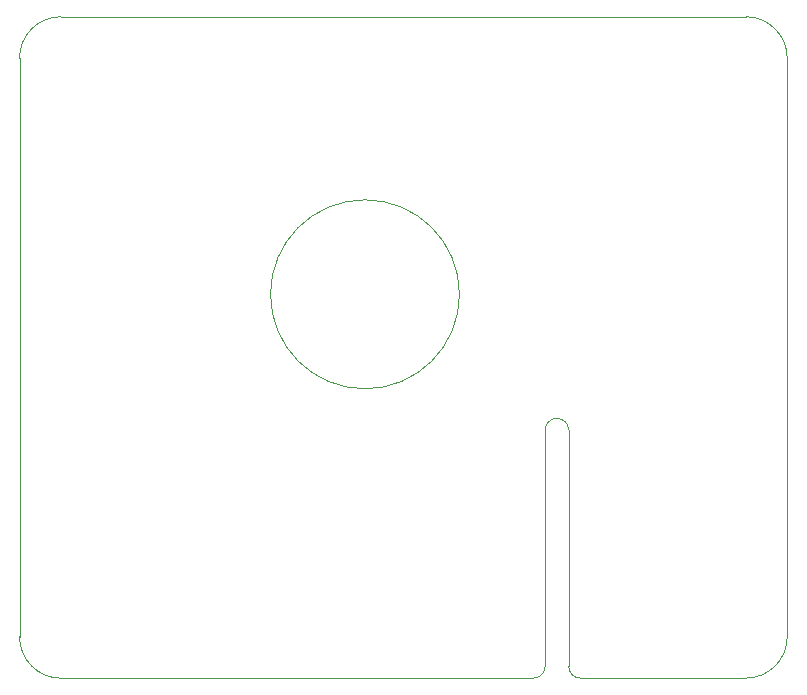
<source format=gm1>
%TF.GenerationSoftware,KiCad,Pcbnew,5.1.6*%
%TF.CreationDate,2020-09-14T14:33:22+02:00*%
%TF.ProjectId,pi-shield,70692d73-6869-4656-9c64-2e6b69636164,rev?*%
%TF.SameCoordinates,Original*%
%TF.FileFunction,Profile,NP*%
%FSLAX46Y46*%
G04 Gerber Fmt 4.6, Leading zero omitted, Abs format (unit mm)*
G04 Created by KiCad (PCBNEW 5.1.6) date 2020-09-14 14:33:22*
%MOMM*%
%LPD*%
G01*
G04 APERTURE LIST*
%TA.AperFunction,Profile*%
%ADD10C,0.050000*%
%TD*%
G04 APERTURE END LIST*
D10*
X81000000Y-71500000D02*
G75*
G02*
X82000000Y-70500000I1000000J0D01*
G01*
X82000000Y-70500000D02*
G75*
G02*
X83000000Y-71500000I0J-1000000D01*
G01*
X84000000Y-92500000D02*
G75*
G02*
X83000000Y-91500000I0J1000000D01*
G01*
X81000000Y-91500000D02*
G75*
G02*
X80000000Y-92500000I-1000000J0D01*
G01*
X83000000Y-91500000D02*
X83000000Y-71500000D01*
X81000000Y-91500000D02*
X81000000Y-71500000D01*
X98000000Y-92500000D02*
X84000000Y-92500000D01*
X73750000Y-60000000D02*
G75*
G03*
X73750000Y-60000000I-8000000J0D01*
G01*
X36500000Y-40000000D02*
G75*
G02*
X40000000Y-36500000I3500000J0D01*
G01*
X98000000Y-36500000D02*
G75*
G02*
X101500000Y-40000000I0J-3500000D01*
G01*
X101500000Y-89000000D02*
G75*
G02*
X98000000Y-92500000I-3500000J0D01*
G01*
X40000000Y-92500000D02*
G75*
G02*
X36500000Y-89000000I0J3500000D01*
G01*
X80000000Y-92500000D02*
X40000000Y-92500000D01*
X101500000Y-40000000D02*
X101500000Y-89000000D01*
X36500000Y-40000000D02*
X36500000Y-89000000D01*
X40000000Y-36500000D02*
X98000000Y-36500000D01*
M02*

</source>
